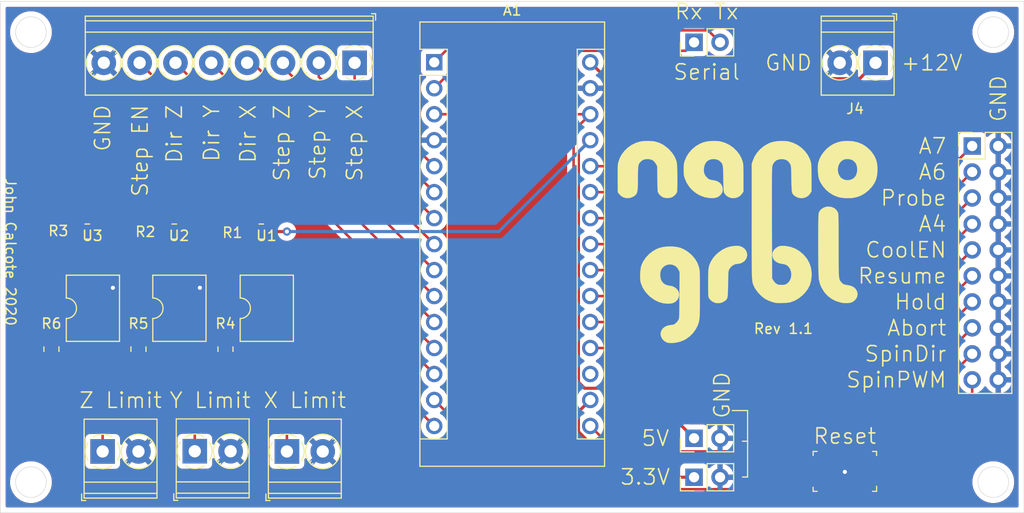
<source format=kicad_pcb>
(kicad_pcb (version 20171130) (host pcbnew 5.1.8-db9833491~88~ubuntu20.04.1)
  (layers (0 F.Cu signal) (31 B.Cu signal) (34 B.Paste user) (35 F.Paste user) (36 B.SilkS user) (37 F.SilkS user) (38 B.Mask user) (39 F.Mask user) (44 Edge.Cuts user))
  (net 0 "")
  (net 1 Tx)
  (net 2 +3V3)
  (net 3 Rx)
  (net 4 Abort)
  (net 5 GND)
  (net 6 Hold)
  (net 7 StepX)
  (net 8 Resume)
  (net 9 StepY)
  (net 10 CoolEN)
  (net 11 StepZ)
  (net 12 A4)
  (net 13 DirX)
  (net 14 Probe)
  (net 15 DirY)
  (net 16 A6)
  (net 17 DirZ)
  (net 18 A7)
  (net 19 StepEN)
  (net 20 +5V)
  (net 21 LimX)
  (net 22 LimY)
  (net 23 SpinPWM)
  (net 24 +12V)
  (net 25 LimZ)
  (net 26 SpinDir)
  (net 27 "Net-(J7-Pad1)")
  (net 28 "Net-(J8-Pad1)")
  (net 29 "Net-(J9-Pad1)")
  (net 30 "Net-(R4-Pad2)")
  (net 31 "Net-(R5-Pad2)")
  (net 32 "Net-(R6-Pad2)")
  (net 33 /Reset)
  (module nano-grbl:nano-grbl-logo (layer F.Cu) (at 163.5 92.5)
    (fp_text reference G*** hide)
    (fp_text value LOGO hide)
  )
  (module Module:Arduino_Nano (layer F.Cu) (at 132.89 74.95)
    (fp_text reference A1 (at 7.62 -5.08) (layer F.SilkS))
    (fp_text value Arduino_Nano_v3.x)
    (pad 16 thru_hole oval (at 15.24 35.56) (size 1.6 1.6) (drill 1) (layers *.Cu *.Mask) (net 26 SpinDir))
    (pad 15 thru_hole oval (at 0 35.56) (size 1.6 1.6) (drill 1) (layers *.Cu *.Mask) (net 25 LimZ))
    (pad 30 thru_hole oval (at 15.24 0) (size 1.6 1.6) (drill 1) (layers *.Cu *.Mask) (net 24 +12V))
    (pad 14 thru_hole oval (at 0 33.02) (size 1.6 1.6) (drill 1) (layers *.Cu *.Mask) (net 23 SpinPWM))
    (pad 29 thru_hole oval (at 15.24 2.54) (size 1.6 1.6) (drill 1) (layers *.Cu *.Mask) (net 5 GND))
    (pad 13 thru_hole oval (at 0 30.48) (size 1.6 1.6) (drill 1) (layers *.Cu *.Mask) (net 22 LimY))
    (pad 28 thru_hole oval (at 15.24 5.08) (size 1.6 1.6) (drill 1) (layers *.Cu *.Mask) (net 33 /Reset))
    (pad 12 thru_hole oval (at 0 27.94) (size 1.6 1.6) (drill 1) (layers *.Cu *.Mask) (net 21 LimX))
    (pad 27 thru_hole oval (at 15.24 7.62) (size 1.6 1.6) (drill 1) (layers *.Cu *.Mask) (net 20 +5V))
    (pad 11 thru_hole oval (at 0 25.4) (size 1.6 1.6) (drill 1) (layers *.Cu *.Mask) (net 19 StepEN))
    (pad 26 thru_hole oval (at 15.24 10.16) (size 1.6 1.6) (drill 1) (layers *.Cu *.Mask) (net 18 A7))
    (pad 10 thru_hole oval (at 0 22.86) (size 1.6 1.6) (drill 1) (layers *.Cu *.Mask) (net 17 DirZ))
    (pad 25 thru_hole oval (at 15.24 12.7) (size 1.6 1.6) (drill 1) (layers *.Cu *.Mask) (net 16 A6))
    (pad 9 thru_hole oval (at 0 20.32) (size 1.6 1.6) (drill 1) (layers *.Cu *.Mask) (net 15 DirY))
    (pad 24 thru_hole oval (at 15.24 15.24) (size 1.6 1.6) (drill 1) (layers *.Cu *.Mask) (net 14 Probe))
    (pad 8 thru_hole oval (at 0 17.78) (size 1.6 1.6) (drill 1) (layers *.Cu *.Mask) (net 13 DirX))
    (pad 23 thru_hole oval (at 15.24 17.78) (size 1.6 1.6) (drill 1) (layers *.Cu *.Mask) (net 12 A4))
    (pad 7 thru_hole oval (at 0 15.24) (size 1.6 1.6) (drill 1) (layers *.Cu *.Mask) (net 11 StepZ))
    (pad 22 thru_hole oval (at 15.24 20.32) (size 1.6 1.6) (drill 1) (layers *.Cu *.Mask) (net 10 CoolEN))
    (pad 6 thru_hole oval (at 0 12.7) (size 1.6 1.6) (drill 1) (layers *.Cu *.Mask) (net 9 StepY))
    (pad 21 thru_hole oval (at 15.24 22.86) (size 1.6 1.6) (drill 1) (layers *.Cu *.Mask) (net 8 Resume))
    (pad 5 thru_hole oval (at 0 10.16) (size 1.6 1.6) (drill 1) (layers *.Cu *.Mask) (net 7 StepX))
    (pad 20 thru_hole oval (at 15.24 25.4) (size 1.6 1.6) (drill 1) (layers *.Cu *.Mask) (net 6 Hold))
    (pad 4 thru_hole oval (at 0 7.62) (size 1.6 1.6) (drill 1) (layers *.Cu *.Mask) (net 5 GND))
    (pad 19 thru_hole oval (at 15.24 27.94) (size 1.6 1.6) (drill 1) (layers *.Cu *.Mask) (net 4 Abort))
    (pad 3 thru_hole oval (at 0 5.08) (size 1.6 1.6) (drill 1) (layers *.Cu *.Mask) (net 33 /Reset))
    (pad 18 thru_hole oval (at 15.24 30.48) (size 1.6 1.6) (drill 1) (layers *.Cu *.Mask))
    (pad 2 thru_hole oval (at 0 2.54) (size 1.6 1.6) (drill 1) (layers *.Cu *.Mask) (net 3 Rx))
    (pad 17 thru_hole oval (at 15.24 33.02) (size 1.6 1.6) (drill 1) (layers *.Cu *.Mask) (net 2 +3V3))
    (pad 1 thru_hole rect (at 0 0) (size 1.6 1.6) (drill 1) (layers *.Cu *.Mask) (net 1 Tx))
  )
  (module TerminalBlock_Phoenix:TerminalBlock_Phoenix_PT-1,5-2-3.5-H_1x02_P3.50mm_Horizontal (layer F.Cu) (at 100.5 113)
    (fp_text reference J9 hide)
    (fp_text value "Z Limit" (at 1.75 -5) (layer F.SilkS) (effects (font (size 1.5 1.5))))
    (pad 2 thru_hole circle (at 3.5 0) (size 2.4 2.4) (drill 1.2) (layers *.Cu *.Mask) (net 5 GND))
    (pad 1 thru_hole rect (at 0 0) (size 2.4 2.4) (drill 1.2) (layers *.Cu *.Mask) (net 29 "Net-(J9-Pad1)"))
  )
  (module TerminalBlock_Phoenix:TerminalBlock_Phoenix_PT-1,5-2-3.5-H_1x02_P3.50mm_Horizontal (layer F.Cu) (at 109.5 112.98)
    (fp_text reference J8 hide)
    (fp_text value "Y Limit" (at 1.5 -4.98) (layer F.SilkS) (effects (font (size 1.5 1.5))))
    (pad 2 thru_hole circle (at 3.5 0) (size 2.4 2.4) (drill 1.2) (layers *.Cu *.Mask) (net 5 GND))
    (pad 1 thru_hole rect (at 0 0) (size 2.4 2.4) (drill 1.2) (layers *.Cu *.Mask) (net 28 "Net-(J8-Pad1)"))
  )
  (module TerminalBlock_Phoenix:TerminalBlock_Phoenix_PT-1,5-2-3.5-H_1x02_P3.50mm_Horizontal (layer F.Cu) (at 118.5 113)
    (fp_text reference J7 hide)
    (fp_text value "X Limit" (at 1.75 -5) (layer F.SilkS) (effects (font (size 1.5 1.5))))
    (pad 2 thru_hole circle (at 3.5 0) (size 2.4 2.4) (drill 1.2) (layers *.Cu *.Mask) (net 5 GND))
    (pad 1 thru_hole rect (at 0 0) (size 2.4 2.4) (drill 1.2) (layers *.Cu *.Mask) (net 27 "Net-(J7-Pad1)"))
  )
  (module TerminalBlock_Phoenix:TerminalBlock_Phoenix_PT-1,5-2-3.5-H_1x02_P3.50mm_Horizontal (layer F.Cu) (at 176 75 180)
    (fp_text reference J4 (at 2 -4.5) (layer F.SilkS))
    (fp_text value "12V Power In")
    (pad 2 thru_hole circle (at 3.5 0 180) (size 2.4 2.4) (drill 1.2) (layers *.Cu *.Mask) (net 5 GND))
    (pad 1 thru_hole rect (at 0 0 180) (size 2.4 2.4) (drill 1.2) (layers *.Cu *.Mask) (net 24 +12V))
  )
  (module Switech-SW-TS3545:SW_SPST_MOMENTARY_3x6_SMD (layer F.Cu) (at 173 115)
    (fp_text reference Reset (at 0 -3.5) (layer F.SilkS) (effects (font (size 1.5 1.5))))
    (fp_text value SW_SPST)
    (pad 2 smd rect (at 3.875 0) (size 1.45 1.4) (layers F.Cu F.Paste F.Mask) (net 5 GND))
    (pad 1 smd rect (at -3.875 0) (size 1.45 1.4) (layers F.Cu F.Paste F.Mask) (net 33 /Reset))
  )
  (module Package_DIP:SMDIP-4_W9.53mm (layer F.Cu) (at 108 99 90)
    (fp_text reference U2 (at 7.09 -0.0415 180) (layer F.SilkS))
    (fp_text value LTV-817S)
    (pad 4 smd rect (at 4.765 -1.27 90) (size 2 1.78) (layers F.Cu F.Paste F.Mask) (net 22 LimY))
    (pad 2 smd rect (at -4.765 1.27 90) (size 2 1.78) (layers F.Cu F.Paste F.Mask) (net 28 "Net-(J8-Pad1)"))
    (pad 3 smd rect (at 4.765 1.27 90) (size 2 1.78) (layers F.Cu F.Paste F.Mask) (net 5 GND))
    (pad 1 smd rect (at -4.765 -1.27 90) (size 2 1.78) (layers F.Cu F.Paste F.Mask) (net 31 "Net-(R5-Pad2)"))
  )
  (module Connector_PinHeader_2.54mm:PinHeader_1x02_P2.54mm_Vertical (layer F.Cu) (at 158.27 73 90)
    (fp_text reference J6 hide)
    (fp_text value Serial (at -2.905 1.23 180) (layer F.SilkS) (effects (font (size 1.5 1.5))))
    (pad 2 thru_hole oval (at 0 2.54 90) (size 1.7 1.7) (drill 1) (layers *.Cu *.Mask) (net 1 Tx))
    (pad 1 thru_hole rect (at 0 0 90) (size 1.7 1.7) (drill 1) (layers *.Cu *.Mask) (net 3 Rx))
  )
  (module Connector_PinHeader_2.54mm:PinHeader_2x10_P2.54mm_Vertical (layer F.Cu) (at 185.44 83.135)
    (fp_text reference J1 hide)
    (fp_text value "System Control" hide)
    (pad 20 thru_hole oval (at 2.54 22.86) (size 1.7 1.7) (drill 1) (layers *.Cu *.Mask) (net 5 GND))
    (pad 19 thru_hole oval (at 0 22.86) (size 1.7 1.7) (drill 1) (layers *.Cu *.Mask) (net 23 SpinPWM))
    (pad 18 thru_hole oval (at 2.54 20.32) (size 1.7 1.7) (drill 1) (layers *.Cu *.Mask) (net 5 GND))
    (pad 17 thru_hole oval (at 0 20.32) (size 1.7 1.7) (drill 1) (layers *.Cu *.Mask) (net 26 SpinDir))
    (pad 16 thru_hole oval (at 2.54 17.78) (size 1.7 1.7) (drill 1) (layers *.Cu *.Mask) (net 5 GND))
    (pad 15 thru_hole oval (at 0 17.78) (size 1.7 1.7) (drill 1) (layers *.Cu *.Mask) (net 4 Abort))
    (pad 14 thru_hole oval (at 2.54 15.24) (size 1.7 1.7) (drill 1) (layers *.Cu *.Mask) (net 5 GND))
    (pad 13 thru_hole oval (at 0 15.24) (size 1.7 1.7) (drill 1) (layers *.Cu *.Mask) (net 6 Hold))
    (pad 12 thru_hole oval (at 2.54 12.7) (size 1.7 1.7) (drill 1) (layers *.Cu *.Mask) (net 5 GND))
    (pad 11 thru_hole oval (at 0 12.7) (size 1.7 1.7) (drill 1) (layers *.Cu *.Mask) (net 8 Resume))
    (pad 10 thru_hole oval (at 2.54 10.16) (size 1.7 1.7) (drill 1) (layers *.Cu *.Mask) (net 5 GND))
    (pad 9 thru_hole oval (at 0 10.16) (size 1.7 1.7) (drill 1) (layers *.Cu *.Mask) (net 10 CoolEN))
    (pad 8 thru_hole oval (at 2.54 7.62) (size 1.7 1.7) (drill 1) (layers *.Cu *.Mask) (net 5 GND))
    (pad 7 thru_hole oval (at 0 7.62) (size 1.7 1.7) (drill 1) (layers *.Cu *.Mask) (net 12 A4))
    (pad 6 thru_hole oval (at 2.54 5.08) (size 1.7 1.7) (drill 1) (layers *.Cu *.Mask) (net 5 GND))
    (pad 5 thru_hole oval (at 0 5.08) (size 1.7 1.7) (drill 1) (layers *.Cu *.Mask) (net 14 Probe))
    (pad 4 thru_hole oval (at 2.54 2.54) (size 1.7 1.7) (drill 1) (layers *.Cu *.Mask) (net 5 GND))
    (pad 3 thru_hole oval (at 0 2.54) (size 1.7 1.7) (drill 1) (layers *.Cu *.Mask) (net 16 A6))
    (pad 2 thru_hole oval (at 2.54 0) (size 1.7 1.7) (drill 1) (layers *.Cu *.Mask) (net 5 GND))
    (pad 1 thru_hole rect (at 0 0) (size 1.7 1.7) (drill 1) (layers *.Cu *.Mask) (net 18 A7))
  )
  (module Connector_PinHeader_2.54mm:PinHeader_1x02_P2.54mm_Vertical (layer F.Cu) (at 158.27 111.71 90)
    (fp_text reference J2 hide)
    (fp_text value 5V (at 0 -3.77) (layer F.SilkS) (effects (font (size 1.5 1.5))))
    (pad 2 thru_hole oval (at 0 2.54 90) (size 1.7 1.7) (drill 1) (layers *.Cu *.Mask) (net 5 GND))
    (pad 1 thru_hole rect (at 0 0 90) (size 1.7 1.7) (drill 1) (layers *.Cu *.Mask) (net 20 +5V))
  )
  (module Connector_PinHeader_2.54mm:PinHeader_1x02_P2.54mm_Vertical (layer F.Cu) (at 158.27 115.52 90)
    (fp_text reference J3 hide)
    (fp_text value 3.3V (at 0.02 -4.77 180) (layer F.SilkS) (effects (font (size 1.5 1.5))))
    (pad 2 thru_hole oval (at 0 2.54 90) (size 1.7 1.7) (drill 1) (layers *.Cu *.Mask) (net 5 GND))
    (pad 1 thru_hole rect (at 0 0 90) (size 1.7 1.7) (drill 1) (layers *.Cu *.Mask) (net 2 +3V3))
  )
  (module TerminalBlock_Phoenix:TerminalBlock_Phoenix_PT-1,5-8-3.5-H_1x08_P3.50mm_Horizontal (layer F.Cu) (at 125.115 75 180)
    (fp_text reference J5 hide)
    (fp_text value "Stepper Driver" hide)
    (pad 8 thru_hole circle (at 24.5 0 180) (size 2.4 2.4) (drill 1.2) (layers *.Cu *.Mask) (net 5 GND))
    (pad 7 thru_hole circle (at 21 0 180) (size 2.4 2.4) (drill 1.2) (layers *.Cu *.Mask) (net 19 StepEN))
    (pad 6 thru_hole circle (at 17.5 0 180) (size 2.4 2.4) (drill 1.2) (layers *.Cu *.Mask) (net 17 DirZ))
    (pad 5 thru_hole circle (at 14 0 180) (size 2.4 2.4) (drill 1.2) (layers *.Cu *.Mask) (net 15 DirY))
    (pad 4 thru_hole circle (at 10.5 0 180) (size 2.4 2.4) (drill 1.2) (layers *.Cu *.Mask) (net 13 DirX))
    (pad 3 thru_hole circle (at 7 0 180) (size 2.4 2.4) (drill 1.2) (layers *.Cu *.Mask) (net 11 StepZ))
    (pad 2 thru_hole circle (at 3.5 0 180) (size 2.4 2.4) (drill 1.2) (layers *.Cu *.Mask) (net 9 StepY))
    (pad 1 thru_hole rect (at 0 0 180) (size 2.4 2.4) (drill 1.2) (layers *.Cu *.Mask) (net 7 StepX))
  )
  (module Resistor_SMD:R_0805_2012Metric_Pad1.20x1.40mm_HandSolder (layer F.Cu) (at 116 91.5 180)
    (fp_text reference R1 (at 2.825 -0.112) (layer F.SilkS))
    (fp_text value 1k)
    (pad 2 smd roundrect (at 1 0 180) (size 1.2 1.4) (layers F.Cu F.Paste F.Mask) (roundrect_rratio 0.208333) (net 21 LimX))
    (pad 1 smd roundrect (at -1 0 180) (size 1.2 1.4) (layers F.Cu F.Paste F.Mask) (roundrect_rratio 0.208333) (net 20 +5V))
  )
  (module Resistor_SMD:R_0805_2012Metric_Pad1.20x1.40mm_HandSolder (layer F.Cu) (at 107.5 91.5 180)
    (fp_text reference R2 (at 2.825 -0.026) (layer F.SilkS))
    (fp_text value 1k)
    (pad 2 smd roundrect (at 1 0 180) (size 1.2 1.4) (layers F.Cu F.Paste F.Mask) (roundrect_rratio 0.208333) (net 22 LimY))
    (pad 1 smd roundrect (at -1 0 180) (size 1.2 1.4) (layers F.Cu F.Paste F.Mask) (roundrect_rratio 0.208333) (net 20 +5V))
  )
  (module Resistor_SMD:R_0805_2012Metric_Pad1.20x1.40mm_HandSolder (layer F.Cu) (at 99 91.5 180)
    (fp_text reference R3 (at 2.825 0.06 180) (layer F.SilkS))
    (fp_text value 1k)
    (pad 2 smd roundrect (at 1 0 180) (size 1.2 1.4) (layers F.Cu F.Paste F.Mask) (roundrect_rratio 0.208333) (net 25 LimZ))
    (pad 1 smd roundrect (at -1 0 180) (size 1.2 1.4) (layers F.Cu F.Paste F.Mask) (roundrect_rratio 0.208333) (net 20 +5V))
  )
  (module Resistor_SMD:R_0805_2012Metric_Pad1.20x1.40mm_HandSolder (layer F.Cu) (at 112.5 103 270)
    (fp_text reference R4 (at -2.5 0 180) (layer F.SilkS))
    (fp_text value 220)
    (pad 2 smd roundrect (at 1 0 270) (size 1.2 1.4) (layers F.Cu F.Paste F.Mask) (roundrect_rratio 0.208333) (net 30 "Net-(R4-Pad2)"))
    (pad 1 smd roundrect (at -1 0 270) (size 1.2 1.4) (layers F.Cu F.Paste F.Mask) (roundrect_rratio 0.208333) (net 20 +5V))
  )
  (module Resistor_SMD:R_0805_2012Metric_Pad1.20x1.40mm_HandSolder (layer F.Cu) (at 104 103 270)
    (fp_text reference R5 (at -2.5 0 180) (layer F.SilkS))
    (fp_text value 220)
    (pad 2 smd roundrect (at 1 0 270) (size 1.2 1.4) (layers F.Cu F.Paste F.Mask) (roundrect_rratio 0.208333) (net 31 "Net-(R5-Pad2)"))
    (pad 1 smd roundrect (at -1 0 270) (size 1.2 1.4) (layers F.Cu F.Paste F.Mask) (roundrect_rratio 0.208333) (net 20 +5V))
  )
  (module Resistor_SMD:R_0805_2012Metric_Pad1.20x1.40mm_HandSolder (layer F.Cu) (at 95.5 103 270)
    (fp_text reference R6 (at -2.5 0 180) (layer F.SilkS))
    (fp_text value 220)
    (pad 2 smd roundrect (at 1 0 270) (size 1.2 1.4) (layers F.Cu F.Paste F.Mask) (roundrect_rratio 0.208333) (net 32 "Net-(R6-Pad2)"))
    (pad 1 smd roundrect (at -1 0 270) (size 1.2 1.4) (layers F.Cu F.Paste F.Mask) (roundrect_rratio 0.208333) (net 20 +5V))
  )
  (module Package_DIP:SMDIP-4_W9.53mm (layer F.Cu) (at 116.535 99 90)
    (fp_text reference U1 (at 7.09 -0.035 180) (layer F.SilkS))
    (fp_text value LTV-817S)
    (pad 4 smd rect (at 4.765 -1.27 90) (size 2 1.78) (layers F.Cu F.Paste F.Mask) (net 21 LimX))
    (pad 2 smd rect (at -4.765 1.27 90) (size 2 1.78) (layers F.Cu F.Paste F.Mask) (net 27 "Net-(J7-Pad1)"))
    (pad 3 smd rect (at 4.765 1.27 90) (size 2 1.78) (layers F.Cu F.Paste F.Mask) (net 5 GND))
    (pad 1 smd rect (at -4.765 -1.27 90) (size 2 1.78) (layers F.Cu F.Paste F.Mask) (net 30 "Net-(R4-Pad2)"))
  )
  (module Package_DIP:SMDIP-4_W9.53mm (layer F.Cu) (at 99.548 99 90)
    (fp_text reference U3 (at 7.09 -0.048 180) (layer F.SilkS))
    (fp_text value LTV-817S)
    (pad 4 smd rect (at 4.765 -1.27 90) (size 2 1.78) (layers F.Cu F.Paste F.Mask) (net 25 LimZ))
    (pad 2 smd rect (at -4.765 1.27 90) (size 2 1.78) (layers F.Cu F.Paste F.Mask) (net 29 "Net-(J9-Pad1)"))
    (pad 3 smd rect (at 4.765 1.27 90) (size 2 1.78) (layers F.Cu F.Paste F.Mask) (net 5 GND))
    (pad 1 smd rect (at -4.765 -1.27 90) (size 2 1.78) (layers F.Cu F.Paste F.Mask) (net 32 "Net-(R6-Pad2)"))
  )
  (gr_line (start 163 112) (end 163.5 112) (layer F.SilkS) (width 0.12))
  (gr_line (start 163.5 109) (end 162 109) (layer F.SilkS) (width 0.12))
  (gr_line (start 163.5 115.5) (end 163.5 109) (layer F.SilkS) (width 0.12))
  (gr_line (start 163 115.5) (end 163.5 115.5) (layer F.SilkS) (width 0.12))
  (gr_text "Rev 1.1" (at 167 101) (layer F.SilkS) (effects (font (size 1 1))))
  (gr_text "John Calcote 2020" (at 91.5 93.5 270) (layer F.SilkS) (effects (font (size 1 1))))
  (gr_text GND (at 167.5 75) (layer F.SilkS) (effects (font (size 1.5 1.5))))
  (gr_text +12V (at 181.5 75) (layer F.SilkS) (effects (font (size 1.5 1.5))))
  (gr_circle (center 93.5 72) (end 95 72) (layer Edge.Cuts) (width 0.05))
  (gr_circle (center 93.5 116) (end 95 116) (layer Edge.Cuts) (width 0.05))
  (gr_circle (center 187.5 116) (end 189 116) (layer Edge.Cuts) (width 0.05))
  (gr_circle (center 187.5 72) (end 189 72) (layer Edge.Cuts) (width 0.05))
  (gr_text "Rx Tx" (at 159.5 70) (layer F.SilkS) (effects (font (size 1.5 1.5))))
  (gr_text GND (at 188 78.5 90) (layer F.SilkS) (effects (font (size 1.5 1.5))))
  (gr_text GND (at 161 107.5 90) (layer F.SilkS) (effects (font (size 1.5 1.5))))
  (gr_text "Step X" (at 125.115 79 90) (layer F.SilkS) (effects (font (size 1.5 1.5)) (justify right)))
  (gr_text "Step Y" (at 121.5 79 90) (layer F.SilkS) (effects (font (size 1.5 1.5)) (justify right)))
  (gr_text "Step Z" (at 118 79 90) (layer F.SilkS) (effects (font (size 1.5 1.5)) (justify right)))
  (gr_text "Dir X" (at 114.701 79 90) (layer F.SilkS) (effects (font (size 1.5 1.5)) (justify right)))
  (gr_text "Dir Y" (at 111.145 79 90) (layer F.SilkS) (effects (font (size 1.5 1.5)) (justify right)))
  (gr_text "Dir Z" (at 107.5 79 90) (layer F.SilkS) (effects (font (size 1.5 1.5)) (justify right)))
  (gr_text "Step EN" (at 104.16 79 90) (layer F.SilkS) (effects (font (size 1.5 1.5)) (justify right)))
  (gr_text GND (at 100.5 79 90) (layer F.SilkS) (effects (font (size 1.5 1.5)) (justify right)))
  (gr_text SpinPWM (at 183.019 105.995) (layer F.SilkS) (effects (font (size 1.5 1.5)) (justify right)))
  (gr_text SpinDir (at 183.019 103.455) (layer F.SilkS) (effects (font (size 1.5 1.5)) (justify right)))
  (gr_text Abort (at 183.019 100.915) (layer F.SilkS) (effects (font (size 1.5 1.5)) (justify right)))
  (gr_text Hold (at 183.019 98.375) (layer F.SilkS) (effects (font (size 1.5 1.5)) (justify right)))
  (gr_text Resume (at 183.019 95.835) (layer F.SilkS) (effects (font (size 1.5 1.5)) (justify right)))
  (gr_text CoolEN (at 183.019 93.295) (layer F.SilkS) (effects (font (size 1.5 1.5)) (justify right)))
  (gr_text A4 (at 183.019 90.755) (layer F.SilkS) (effects (font (size 1.5 1.5)) (justify right)))
  (gr_text Probe (at 183.019 88.215) (layer F.SilkS) (effects (font (size 1.5 1.5)) (justify right)))
  (gr_text A6 (at 183.019 85.675) (layer F.SilkS) (effects (font (size 1.5 1.5)) (justify right)))
  (gr_text A7 (at 183.019 83.135) (layer F.SilkS) (effects (font (size 1.5 1.5)) (justify right)))
  (gr_line (start 90.5 119) (end 90.5 69) (layer Edge.Cuts) (width 0.05))
  (gr_line (start 190.5 119) (end 90.5 119) (layer Edge.Cuts) (width 0.05))
  (gr_line (start 190.5 69) (end 190.5 119) (layer Edge.Cuts) (width 0.05))
  (gr_line (start 90.5 69) (end 190.5 69) (layer Edge.Cuts) (width 0.05))
  (segment (start 159.634999 71.824999) (end 160.81 73) (width 0.25) (layer F.Cu) (net 1))
  (segment (start 136.015001 71.824999) (end 159.634999 71.824999) (width 0.25) (layer F.Cu) (net 1))
  (segment (start 132.89 74.95) (end 136.015001 71.824999) (width 0.25) (layer F.Cu) (net 1))
  (segment (start 151.437998 115.52) (end 158.27 115.52) (width 0.3) (layer F.Cu) (net 2))
  (segment (start 146.979999 111.062001) (end 151.437998 115.52) (width 0.3) (layer F.Cu) (net 2))
  (segment (start 146.979999 109.120001) (end 146.979999 111.062001) (width 0.3) (layer F.Cu) (net 2))
  (segment (start 148.13 107.97) (end 146.979999 109.120001) (width 0.3) (layer F.Cu) (net 2))
  (segment (start 157.445001 73.824999) (end 158.27 73) (width 0.25) (layer F.Cu) (net 3))
  (segment (start 136.555001 73.824999) (end 157.445001 73.824999) (width 0.25) (layer F.Cu) (net 3))
  (segment (start 132.89 77.49) (end 136.555001 73.824999) (width 0.25) (layer F.Cu) (net 3))
  (segment (start 183.465 102.89) (end 185.44 100.915) (width 0.25) (layer F.Cu) (net 4))
  (segment (start 148.13 102.89) (end 183.465 102.89) (width 0.25) (layer F.Cu) (net 4))
  (via (at 101.5 97) (size 0.8) (drill 0.4) (layers F.Cu B.Cu) (net 5))
  (via (at 110 97) (size 0.8) (drill 0.4) (layers F.Cu B.Cu) (net 5))
  (via (at 173 115) (size 0.8) (drill 0.4) (layers F.Cu B.Cu) (net 5))
  (segment (start 101 94.417) (end 100.818 94.235) (width 0.3) (layer F.Cu) (net 5))
  (segment (start 101 97) (end 101 94.417) (width 0.3) (layer F.Cu) (net 5))
  (segment (start 109.5 94.465) (end 109.27 94.235) (width 0.3) (layer F.Cu) (net 5))
  (segment (start 109.5 97) (end 109.5 94.465) (width 0.3) (layer F.Cu) (net 5))
  (segment (start 118 94.43) (end 117.805 94.235) (width 0.3) (layer F.Cu) (net 5))
  (segment (start 118 97) (end 118 94.43) (width 0.3) (layer F.Cu) (net 5))
  (segment (start 183.465 100.35) (end 185.44 98.375) (width 0.25) (layer F.Cu) (net 6))
  (segment (start 148.13 100.35) (end 183.465 100.35) (width 0.25) (layer F.Cu) (net 6))
  (segment (start 125.115 77.335) (end 125.115 75) (width 0.25) (layer F.Cu) (net 7))
  (segment (start 132.89 85.11) (end 125.115 77.335) (width 0.25) (layer F.Cu) (net 7))
  (segment (start 183.465 97.81) (end 185.44 95.835) (width 0.25) (layer F.Cu) (net 8))
  (segment (start 148.13 97.81) (end 183.465 97.81) (width 0.25) (layer F.Cu) (net 8))
  (segment (start 121.615 76.375) (end 121.615 75) (width 0.25) (layer F.Cu) (net 9))
  (segment (start 132.89 87.65) (end 121.615 76.375) (width 0.25) (layer F.Cu) (net 9))
  (segment (start 183.465 95.27) (end 185.44 93.295) (width 0.25) (layer F.Cu) (net 10))
  (segment (start 148.13 95.27) (end 183.465 95.27) (width 0.25) (layer F.Cu) (net 10))
  (segment (start 118.115 75.415) (end 118.115 75) (width 0.25) (layer F.Cu) (net 11))
  (segment (start 132.89 90.19) (end 118.115 75.415) (width 0.25) (layer F.Cu) (net 11))
  (segment (start 183.465 92.73) (end 185.44 90.755) (width 0.25) (layer F.Cu) (net 12))
  (segment (start 148.13 92.73) (end 183.465 92.73) (width 0.25) (layer F.Cu) (net 12))
  (segment (start 115.16 75) (end 114.615 75) (width 0.25) (layer F.Cu) (net 13))
  (segment (start 132.89 92.73) (end 115.16 75) (width 0.25) (layer F.Cu) (net 13))
  (segment (start 183.465 90.19) (end 185.44 88.215) (width 0.25) (layer F.Cu) (net 14))
  (segment (start 148.13 90.19) (end 183.465 90.19) (width 0.25) (layer F.Cu) (net 14))
  (segment (start 132.89 95.27) (end 116.12 78.5) (width 0.25) (layer F.Cu) (net 15))
  (segment (start 114.615 78.5) (end 111.115 75) (width 0.25) (layer F.Cu) (net 15))
  (segment (start 116.12 78.5) (end 114.615 78.5) (width 0.25) (layer F.Cu) (net 15))
  (segment (start 183.465 87.65) (end 185.44 85.675) (width 0.25) (layer F.Cu) (net 16))
  (segment (start 148.13 87.65) (end 183.465 87.65) (width 0.25) (layer F.Cu) (net 16))
  (segment (start 132.89 97.81) (end 115.08 80) (width 0.25) (layer F.Cu) (net 17))
  (segment (start 112.615 80) (end 107.615 75) (width 0.25) (layer F.Cu) (net 17))
  (segment (start 115.08 80) (end 112.615 80) (width 0.25) (layer F.Cu) (net 17))
  (segment (start 183.465 85.11) (end 185.44 83.135) (width 0.25) (layer F.Cu) (net 18))
  (segment (start 148.13 85.11) (end 183.465 85.11) (width 0.25) (layer F.Cu) (net 18))
  (segment (start 132.89 100.35) (end 114.04 81.5) (width 0.25) (layer F.Cu) (net 19))
  (segment (start 110.615 81.5) (end 104.115 75) (width 0.25) (layer F.Cu) (net 19))
  (segment (start 114.04 81.5) (end 110.615 81.5) (width 0.25) (layer F.Cu) (net 19))
  (via (at 118.5 91.5) (size 0.8) (drill 0.4) (layers F.Cu B.Cu) (net 20))
  (segment (start 95.5 102) (end 104 102) (width 0.3) (layer F.Cu) (net 20))
  (segment (start 104 102) (end 112.5 102) (width 0.3) (layer F.Cu) (net 20))
  (segment (start 107.44999 90.44999) (end 108.5 91.5) (width 0.3) (layer F.Cu) (net 20))
  (segment (start 101.05001 90.44999) (end 107.44999 90.44999) (width 0.3) (layer F.Cu) (net 20))
  (segment (start 100 91.5) (end 101.05001 90.44999) (width 0.3) (layer F.Cu) (net 20))
  (segment (start 115.94999 90.44999) (end 117 91.5) (width 0.3) (layer F.Cu) (net 20))
  (segment (start 109.55001 90.44999) (end 115.94999 90.44999) (width 0.3) (layer F.Cu) (net 20))
  (segment (start 108.5 91.5) (end 109.55001 90.44999) (width 0.3) (layer F.Cu) (net 20))
  (segment (start 98.94999 90.44999) (end 100 91.5) (width 0.3) (layer F.Cu) (net 20))
  (segment (start 97.401464 90.44999) (end 98.94999 90.44999) (width 0.3) (layer F.Cu) (net 20))
  (segment (start 95.5 92.351454) (end 97.401464 90.44999) (width 0.3) (layer F.Cu) (net 20))
  (segment (start 95.5 102) (end 95.5 92.351454) (width 0.3) (layer F.Cu) (net 20))
  (segment (start 153.379999 106.819999) (end 158.27 111.71) (width 0.3) (layer F.Cu) (net 20))
  (segment (start 147.577999 106.819999) (end 153.379999 106.819999) (width 0.3) (layer F.Cu) (net 20))
  (segment (start 146.979999 106.221999) (end 147.577999 106.819999) (width 0.3) (layer F.Cu) (net 20))
  (segment (start 146.979999 83.720001) (end 146.979999 106.221999) (width 0.3) (layer F.Cu) (net 20))
  (segment (start 148.13 82.57) (end 146.979999 83.720001) (width 0.3) (layer F.Cu) (net 20))
  (segment (start 117 91.5) (end 118.5 91.5) (width 0.3) (layer F.Cu) (net 20))
  (segment (start 139.2 91.5) (end 148.13 82.57) (width 0.3) (layer B.Cu) (net 20))
  (segment (start 118.5 91.5) (end 139.2 91.5) (width 0.3) (layer B.Cu) (net 20))
  (segment (start 115 93.97) (end 115.265 94.235) (width 0.25) (layer F.Cu) (net 21))
  (segment (start 115 91.5) (end 115 93.97) (width 0.25) (layer F.Cu) (net 21))
  (segment (start 115.265 95.485) (end 118.28 98.5) (width 0.25) (layer F.Cu) (net 21))
  (segment (start 115.265 94.235) (end 115.265 95.485) (width 0.25) (layer F.Cu) (net 21))
  (segment (start 128.5 98.5) (end 132.89 102.89) (width 0.25) (layer F.Cu) (net 21))
  (segment (start 118.28 98.5) (end 128.5 98.5) (width 0.25) (layer F.Cu) (net 21))
  (segment (start 106.5 94.005) (end 106.73 94.235) (width 0.25) (layer F.Cu) (net 22))
  (segment (start 106.5 91.5) (end 106.5 94.005) (width 0.25) (layer F.Cu) (net 22))
  (segment (start 106.73 95.485) (end 110.745 99.5) (width 0.25) (layer F.Cu) (net 22))
  (segment (start 106.73 94.235) (end 106.73 95.485) (width 0.25) (layer F.Cu) (net 22))
  (segment (start 126.96 99.5) (end 132.89 105.43) (width 0.25) (layer F.Cu) (net 22))
  (segment (start 110.745 99.5) (end 126.96 99.5) (width 0.25) (layer F.Cu) (net 22))
  (segment (start 185.44 108.445002) (end 185.44 105.995) (width 0.25) (layer F.Cu) (net 23))
  (segment (start 176.739991 117.145011) (end 185.44 108.445002) (width 0.25) (layer F.Cu) (net 23))
  (segment (start 142.065011 117.145011) (end 176.739991 117.145011) (width 0.25) (layer F.Cu) (net 23))
  (segment (start 132.89 107.97) (end 142.065011 117.145011) (width 0.25) (layer F.Cu) (net 23))
  (segment (start 149.730001 76.550001) (end 174.449999 76.550001) (width 0.3) (layer F.Cu) (net 24))
  (segment (start 174.449999 76.550001) (end 176 75) (width 0.3) (layer F.Cu) (net 24))
  (segment (start 148.13 74.95) (end 149.730001 76.550001) (width 0.3) (layer F.Cu) (net 24))
  (segment (start 98 93.957) (end 98.278 94.235) (width 0.25) (layer F.Cu) (net 25))
  (segment (start 98 91.5) (end 98 93.957) (width 0.25) (layer F.Cu) (net 25))
  (segment (start 98.278 95.485) (end 103.293 100.5) (width 0.25) (layer F.Cu) (net 25))
  (segment (start 98.278 94.235) (end 98.278 95.485) (width 0.25) (layer F.Cu) (net 25))
  (segment (start 122.88 100.5) (end 132.89 110.51) (width 0.25) (layer F.Cu) (net 25))
  (segment (start 103.293 100.5) (end 122.88 100.5) (width 0.25) (layer F.Cu) (net 25))
  (segment (start 175.895 113) (end 185.44 103.455) (width 0.25) (layer F.Cu) (net 26))
  (segment (start 150.62 113) (end 175.895 113) (width 0.25) (layer F.Cu) (net 26))
  (segment (start 148.13 110.51) (end 150.62 113) (width 0.25) (layer F.Cu) (net 26))
  (segment (start 118.5 104.46) (end 117.805 103.765) (width 0.25) (layer F.Cu) (net 27))
  (segment (start 118.5 113) (end 118.5 104.46) (width 0.25) (layer F.Cu) (net 27))
  (segment (start 109.5 103.995) (end 109.27 103.765) (width 0.25) (layer F.Cu) (net 28))
  (segment (start 109.5 112.98) (end 109.5 103.995) (width 0.25) (layer F.Cu) (net 28))
  (segment (start 100.5 104.083) (end 100.818 103.765) (width 0.25) (layer F.Cu) (net 29))
  (segment (start 100.5 113) (end 100.5 104.083) (width 0.25) (layer F.Cu) (net 29))
  (segment (start 115.03 104) (end 115.265 103.765) (width 0.25) (layer F.Cu) (net 30))
  (segment (start 112.5 104) (end 115.03 104) (width 0.25) (layer F.Cu) (net 30))
  (segment (start 106.495 104) (end 106.73 103.765) (width 0.25) (layer F.Cu) (net 31))
  (segment (start 104 104) (end 106.495 104) (width 0.25) (layer F.Cu) (net 31))
  (segment (start 98.043 104) (end 98.278 103.765) (width 0.25) (layer F.Cu) (net 32))
  (segment (start 95.5 104) (end 98.043 104) (width 0.25) (layer F.Cu) (net 32))
  (segment (start 132.89 80.03) (end 148.13 80.03) (width 0.25) (layer F.Cu) (net 33))
  (segment (start 167.429999 116.695001) (end 169.125 115) (width 0.25) (layer F.Cu) (net 33))
  (segment (start 151.941234 116.695001) (end 167.429999 116.695001) (width 0.25) (layer F.Cu) (net 33))
  (segment (start 146.504989 111.258756) (end 151.941234 116.695001) (width 0.25) (layer F.Cu) (net 33))
  (segment (start 146.504989 81.655011) (end 146.504989 111.258756) (width 0.25) (layer F.Cu) (net 33))
  (segment (start 148.13 80.03) (end 146.504989 81.655011) (width 0.25) (layer F.Cu) (net 33))
  (zone (net 5) (net_name GND) (layer B.Cu) (connect_pads (clearance 0.508)) (min_thickness 0.254) (fill yes (arc_segments 32) (thermal_gap 0.508) (thermal_bridge_width 0.508))
    (polygon (pts (xy 190.5 119) (xy 90.5 119) (xy 90.5 69) (xy 190.5 69)))
  )
  (zone (net 5) (net_name GND) (layer F.Cu) (connect_pads (clearance 0.508)) (min_thickness 0.254) (fill yes (arc_segments 32) (thermal_gap 0.508) (thermal_bridge_width 0.508))
    (polygon (pts (xy 190.5 119) (xy 90.5 119) (xy 90.5 69) (xy 190.5 69)))
  )
)
</source>
